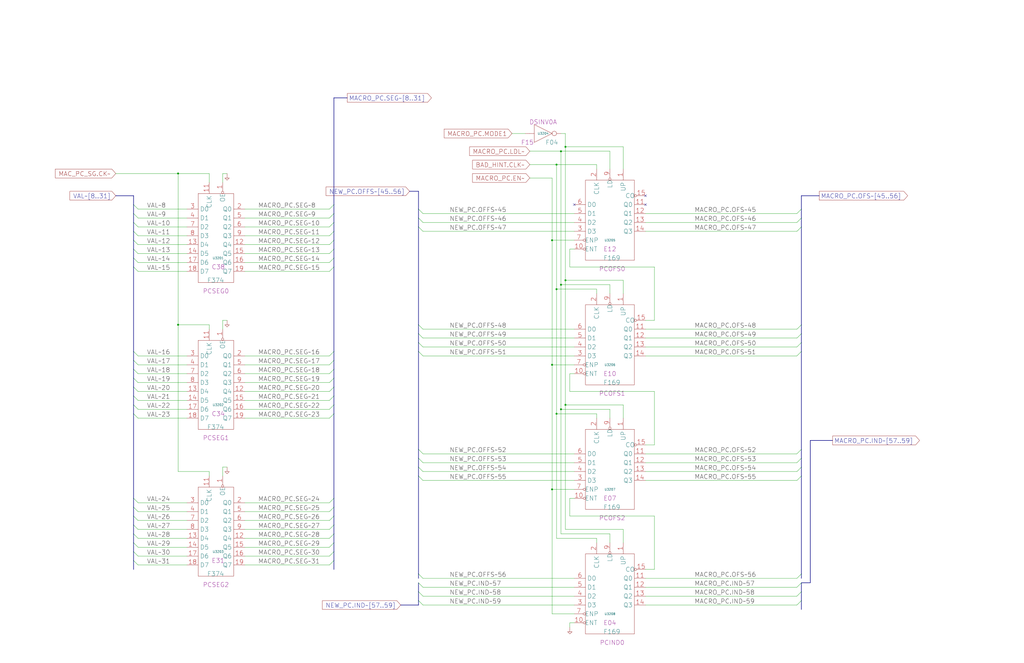
<source format=kicad_sch>
(kicad_sch (version 20250114) (generator "eeschema") (generator_version "9.0")
  (paper "User" 584.2 378.46)
  (title_block (title "MACRO PC") (date "22-MAY-90") (rev "1.0") (comment 1 "SEQUENCER") (comment 2 "232-003064") (comment 3 "S400") (comment 4 "RELEASED"))
  (lib_symbols
    (symbol "r1000:F04" (pin_numbers (hide yes)) (pin_names (hide yes))
      (property "Reference" "U" (at 0 0 0))
      (property "Value" "F04" (at 1.27 -5.08 0))
      (property "Location" "___" (at -12.7 -5.08 0))
      (property "Name" "______" (at 0 5.08 0))
      (symbol "F04_0_1"
        (polyline (pts (xy -7.62 0) (xy -5.08 0)) (stroke (width 0.1524)))
        (polyline (pts (xy -5.08 5.08) (xy -5.08 -5.08)) (stroke (width 0.1524)))
        (polyline (pts (xy 5.08 0) (xy -5.08 5.08)) (stroke (width 0.1524)))
        (polyline (pts (xy 5.08 0) (xy -5.08 -5.08)) (stroke (width 0.1524)))
        (circle (center 6.35 0) (radius 1.27) (stroke (width 0.1524)))
      )
      (symbol "F04_1_1"
        (pin input line (at -10.16 0 0) (length 2.54) (name "D0") (number "1"))
        (pin output line (at 10.16 0 180) (length 2.54) (name "Q") (number "2"))
      )
    )
    (symbol "r1000:F169" (pin_names (offset 1.016))
      (property "Reference" "U" (at 2.54 5.08 0))
      (property "Value" "F169" (at -1.27 -5.08 0))
      (property "Location" "___" (at -1.27 0 0))
      (property "Name" "______" (at 3.81 -12.7 0))
      (symbol "F169_1_1"
        (circle (center -12.065 5.08) (radius 0.635))
        (circle (center -12.065 0) (radius 0.635))
        (rectangle (start -11.43 39.37) (end 16.51 -6.35))
        (circle (center 2.54 40.005) (radius 0.635))
        (circle (center 17.145 30.48) (radius 0.635))
        (pin input line (at -17.78 25.4 0) (length 6.35) (name "D0") (number "6"))
        (pin input line (at -17.78 20.32 0) (length 6.35) (name "D1") (number "5"))
        (pin input line (at -17.78 15.24 0) (length 6.35) (name "D2") (number "4"))
        (pin input line (at -17.78 10.16 0) (length 6.35) (name "D3") (number "3"))
        (pin input line (at -17.78 5.08 0) (length 5.08) (name "ENP") (number "7"))
        (pin input line (at -17.78 0 0) (length 5.08) (name "ENT") (number "10"))
        (pin input line (at -5.08 45.72 270) (length 6.35) (name "CLK") (number "2"))
        (pin input line (at 2.54 45.72 270) (length 5.08) (name "LD") (number "9"))
        (pin input line (at 10.16 45.72 270) (length 6.35) (name "UP") (number "1"))
        (pin output line (at 22.86 30.48 180) (length 5.08) (name "CO") (number "15"))
        (pin output line (at 22.86 25.4 180) (length 6.35) (name "Q0") (number "11"))
        (pin output line (at 22.86 20.32 180) (length 6.35) (name "Q1") (number "12"))
        (pin output line (at 22.86 15.24 180) (length 6.35) (name "Q2") (number "13"))
        (pin output line (at 22.86 10.16 180) (length 6.35) (name "Q3") (number "14"))
      )
    )
    (symbol "r1000:F374" (pin_names (offset 1.016))
      (property "Reference" "U" (at 2.54 5.08 0))
      (property "Value" "F374" (at -3.81 -7.62 0))
      (property "Location" "___" (at -1.27 0 0))
      (property "Name" "______" (at 1.27 -15.24 0))
      (symbol "F374_1_1"
        (rectangle (start -8.89 41.91) (end 11.43 -8.89))
        (circle (center 5.08 42.545) (radius 0.635))
        (pin input line (at -15.24 33.02 0) (length 6.35) (name "D0") (number "3"))
        (pin input line (at -15.24 27.94 0) (length 6.35) (name "D1") (number "4"))
        (pin input line (at -15.24 22.86 0) (length 6.35) (name "D2") (number "7"))
        (pin input line (at -15.24 17.78 0) (length 6.35) (name "D3") (number "8"))
        (pin input line (at -15.24 12.7 0) (length 6.35) (name "D4") (number "13"))
        (pin input line (at -15.24 7.62 0) (length 6.35) (name "D5") (number "14"))
        (pin input line (at -15.24 2.54 0) (length 6.35) (name "D6") (number "17"))
        (pin input line (at -15.24 -2.54 0) (length 6.35) (name "D7") (number "18"))
        (pin input line (at -2.54 48.26 270) (length 6.35) (name "CLK") (number "11"))
        (pin input line (at 5.08 48.26 270) (length 5.08) (name "OE") (number "1"))
        (pin tri_state line (at 17.78 33.02 180) (length 6.35) (name "Q0") (number "2"))
        (pin tri_state line (at 17.78 27.94 180) (length 6.35) (name "Q1") (number "5"))
        (pin tri_state line (at 17.78 22.86 180) (length 6.35) (name "Q2") (number "6"))
        (pin tri_state line (at 17.78 17.78 180) (length 6.35) (name "Q3") (number "9"))
        (pin tri_state line (at 17.78 12.7 180) (length 6.35) (name "Q4") (number "12"))
        (pin tri_state line (at 17.78 7.62 180) (length 6.35) (name "Q5") (number "15"))
        (pin tri_state line (at 17.78 2.54 180) (length 6.35) (name "Q6") (number "16"))
        (pin tri_state line (at 17.78 -2.54 180) (length 6.35) (name "Q7") (number "19"))
      )
    )
    (symbol "r1000:PD" (power) (pin_numbers (hide yes)) (pin_names (hide yes)) (in_bom no)
      (symbol "PD_0_1"
        (polyline (pts (xy 0 -2.54) (xy 1.27 -2.54) (xy 0 -3.81) (xy -1.27 -2.54) (xy 0 -2.54)) (stroke (width 0.1524)))
      )
      (symbol "PD_1_1"
        (pin power_in line (at 0 0 270) (length 2.54) (name "PD") (number "1"))
      )
    )
  )
  (junction (at 317.5 165.1))
  (junction (at 322.58 83.82))
  (junction (at 320.04 86.36))
  (junction (at 322.58 160.02))
  (junction (at 320.04 233.68))
  (junction (at 314.96 208.28))
  (junction (at 317.5 93.98))
  (junction (at 314.96 137.16))
  (junction (at 314.96 279.4))
  (junction (at 317.5 236.22))
  (junction (at 101.6 99.06))
  (junction (at 101.6 185.42))
  (junction (at 322.58 231.14))
  (junction (at 320.04 162.56))
  (no_connect (at 368.3 111.76))
  (no_connect (at 368.3 116.84))
  (no_connect (at 327.66 116.84))
  (bus_entry (at 457.2 195.58) (size -2.54 2.54))
  (bus_entry (at 457.2 119.38) (size -2.54 2.54))
  (bus_entry (at 190.5 215.9) (size -2.54 2.54))
  (bus_entry (at 238.76 185.42) (size 2.54 2.54))
  (bus_entry (at 457.2 200.66) (size -2.54 2.54))
  (bus_entry (at 190.5 152.4) (size -2.54 2.54))
  (bus_entry (at 238.76 332.74) (size 2.54 2.54))
  (bus_entry (at 76.2 127) (size 2.54 2.54))
  (bus_entry (at 76.2 137.16) (size 2.54 2.54))
  (bus_entry (at 76.2 289.56) (size 2.54 2.54))
  (bus_entry (at 76.2 210.82) (size 2.54 2.54))
  (bus_entry (at 457.2 256.54) (size -2.54 2.54))
  (bus_entry (at 457.2 271.78) (size -2.54 2.54))
  (bus_entry (at 76.2 215.9) (size 2.54 2.54))
  (bus_entry (at 238.76 256.54) (size 2.54 2.54))
  (bus_entry (at 190.5 304.8) (size -2.54 2.54))
  (bus_entry (at 190.5 284.48) (size -2.54 2.54))
  (bus_entry (at 190.5 147.32) (size -2.54 2.54))
  (bus_entry (at 76.2 231.14) (size 2.54 2.54))
  (bus_entry (at 190.5 220.98) (size -2.54 2.54))
  (bus_entry (at 238.76 337.82) (size 2.54 2.54))
  (bus_entry (at 76.2 236.22) (size 2.54 2.54))
  (bus_entry (at 76.2 147.32) (size 2.54 2.54))
  (bus_entry (at 457.2 337.82) (size -2.54 2.54))
  (bus_entry (at 76.2 142.24) (size 2.54 2.54))
  (bus_entry (at 457.2 190.5) (size -2.54 2.54))
  (bus_entry (at 76.2 309.88) (size 2.54 2.54))
  (bus_entry (at 457.2 327.66) (size -2.54 2.54))
  (bus_entry (at 76.2 314.96) (size 2.54 2.54))
  (bus_entry (at 190.5 320.04) (size -2.54 2.54))
  (bus_entry (at 238.76 200.66) (size 2.54 2.54))
  (bus_entry (at 190.5 210.82) (size -2.54 2.54))
  (bus_entry (at 238.76 124.46) (size 2.54 2.54))
  (bus_entry (at 190.5 205.74) (size -2.54 2.54))
  (bus_entry (at 238.76 261.62) (size 2.54 2.54))
  (bus_entry (at 238.76 190.5) (size 2.54 2.54))
  (bus_entry (at 457.2 266.7) (size -2.54 2.54))
  (bus_entry (at 76.2 200.66) (size 2.54 2.54))
  (bus_entry (at 76.2 299.72) (size 2.54 2.54))
  (bus_entry (at 238.76 271.78) (size 2.54 2.54))
  (bus_entry (at 76.2 132.08) (size 2.54 2.54))
  (bus_entry (at 190.5 289.56) (size -2.54 2.54))
  (bus_entry (at 457.2 129.54) (size -2.54 2.54))
  (bus_entry (at 190.5 200.66) (size -2.54 2.54))
  (bus_entry (at 190.5 127) (size -2.54 2.54))
  (bus_entry (at 76.2 294.64) (size 2.54 2.54))
  (bus_entry (at 190.5 121.92) (size -2.54 2.54))
  (bus_entry (at 190.5 142.24) (size -2.54 2.54))
  (bus_entry (at 76.2 320.04) (size 2.54 2.54))
  (bus_entry (at 238.76 129.54) (size 2.54 2.54))
  (bus_entry (at 76.2 116.84) (size 2.54 2.54))
  (bus_entry (at 76.2 205.74) (size 2.54 2.54))
  (bus_entry (at 238.76 119.38) (size 2.54 2.54))
  (bus_entry (at 76.2 121.92) (size 2.54 2.54))
  (bus_entry (at 190.5 132.08) (size -2.54 2.54))
  (bus_entry (at 190.5 294.64) (size -2.54 2.54))
  (bus_entry (at 238.76 327.66) (size 2.54 2.54))
  (bus_entry (at 190.5 226.06) (size -2.54 2.54))
  (bus_entry (at 238.76 195.58) (size 2.54 2.54))
  (bus_entry (at 190.5 231.14) (size -2.54 2.54))
  (bus_entry (at 76.2 304.8) (size 2.54 2.54))
  (bus_entry (at 238.76 342.9) (size 2.54 2.54))
  (bus_entry (at 457.2 332.74) (size -2.54 2.54))
  (bus_entry (at 238.76 266.7) (size 2.54 2.54))
  (bus_entry (at 190.5 309.88) (size -2.54 2.54))
  (bus_entry (at 457.2 185.42) (size -2.54 2.54))
  (bus_entry (at 190.5 314.96) (size -2.54 2.54))
  (bus_entry (at 190.5 236.22) (size -2.54 2.54))
  (bus_entry (at 76.2 284.48) (size 2.54 2.54))
  (bus_entry (at 457.2 261.62) (size -2.54 2.54))
  (bus_entry (at 457.2 124.46) (size -2.54 2.54))
  (bus_entry (at 190.5 137.16) (size -2.54 2.54))
  (bus_entry (at 457.2 342.9) (size -2.54 2.54))
  (bus_entry (at 76.2 226.06) (size 2.54 2.54))
  (bus_entry (at 190.5 116.84) (size -2.54 2.54))
  (bus_entry (at 76.2 152.4) (size 2.54 2.54))
  (bus_entry (at 76.2 220.98) (size 2.54 2.54))
  (bus_entry (at 190.5 299.72) (size -2.54 2.54))
  (bus (pts (xy 457.2 190.5) (xy 457.2 195.58)))
  (wire (pts (xy 139.7 203.2) (xy 187.96 203.2)))
  (wire (pts (xy 241.3 198.12) (xy 327.66 198.12)))
  (wire (pts (xy 241.3 203.2) (xy 327.66 203.2)))
  (wire (pts (xy 241.3 345.44) (xy 327.66 345.44)))
  (bus (pts (xy 76.2 294.64) (xy 76.2 299.72)))
  (wire (pts (xy 78.74 297.18) (xy 106.68 297.18)))
  (wire (pts (xy 139.7 129.54) (xy 187.96 129.54)))
  (bus (pts (xy 76.2 116.84) (xy 76.2 121.92)))
  (wire (pts (xy 78.74 129.54) (xy 106.68 129.54)))
  (bus (pts (xy 457.2 119.38) (xy 457.2 124.46)))
  (wire (pts (xy 368.3 274.32) (xy 454.66 274.32)))
  (wire (pts (xy 320.04 162.56) (xy 320.04 233.68)))
  (wire (pts (xy 139.7 223.52) (xy 187.96 223.52)))
  (wire (pts (xy 322.58 76.2) (xy 322.58 83.82)))
  (bus (pts (xy 76.2 142.24) (xy 76.2 147.32)))
  (wire (pts (xy 292.1 76.2) (xy 299.72 76.2)))
  (wire (pts (xy 327.66 355.6) (xy 325.12 355.6)))
  (wire (pts (xy 355.6 309.88) (xy 355.6 302.26)))
  (bus (pts (xy 238.76 266.7) (xy 238.76 271.78)))
  (bus (pts (xy 76.2 236.22) (xy 76.2 284.48)))
  (wire (pts (xy 368.3 264.16) (xy 454.66 264.16)))
  (wire (pts (xy 314.96 279.4) (xy 327.66 279.4)))
  (wire (pts (xy 127 99.06) (xy 127 104.14)))
  (wire (pts (xy 241.3 340.36) (xy 327.66 340.36)))
  (wire (pts (xy 139.7 297.18) (xy 187.96 297.18)))
  (wire (pts (xy 139.7 218.44) (xy 187.96 218.44)))
  (wire (pts (xy 101.6 185.42) (xy 101.6 269.24)))
  (bus (pts (xy 457.2 327.66) (xy 457.2 330.2)))
  (bus (pts (xy 238.76 342.9) (xy 238.76 345.44)))
  (wire (pts (xy 119.38 104.14) (xy 119.38 99.06)))
  (wire (pts (xy 347.98 238.76) (xy 347.98 233.68)))
  (bus (pts (xy 76.2 299.72) (xy 76.2 304.8)))
  (bus (pts (xy 457.2 200.66) (xy 457.2 256.54)))
  (wire (pts (xy 139.7 149.86) (xy 187.96 149.86)))
  (bus (pts (xy 76.2 284.48) (xy 76.2 289.56)))
  (wire (pts (xy 78.74 307.34) (xy 106.68 307.34)))
  (bus (pts (xy 457.2 271.78) (xy 457.2 327.66)))
  (wire (pts (xy 320.04 233.68) (xy 347.98 233.68)))
  (wire (pts (xy 373.38 294.64) (xy 325.12 294.64)))
  (bus (pts (xy 190.5 116.84) (xy 190.5 121.92)))
  (bus (pts (xy 190.5 294.64) (xy 190.5 299.72)))
  (wire (pts (xy 139.7 317.5) (xy 187.96 317.5)))
  (wire (pts (xy 368.3 198.12) (xy 454.66 198.12)))
  (bus (pts (xy 76.2 127) (xy 76.2 132.08)))
  (wire (pts (xy 139.7 302.26) (xy 187.96 302.26)))
  (wire (pts (xy 373.38 152.4) (xy 325.12 152.4)))
  (bus (pts (xy 238.76 190.5) (xy 238.76 195.58)))
  (wire (pts (xy 78.74 134.62) (xy 106.68 134.62)))
  (wire (pts (xy 241.3 330.2) (xy 327.66 330.2)))
  (wire (pts (xy 322.58 231.14) (xy 355.6 231.14)))
  (wire (pts (xy 317.5 93.98) (xy 340.36 93.98)))
  (wire (pts (xy 241.3 264.16) (xy 327.66 264.16)))
  (bus (pts (xy 457.2 266.7) (xy 457.2 271.78)))
  (wire (pts (xy 78.74 149.86) (xy 106.68 149.86)))
  (wire (pts (xy 322.58 83.82) (xy 322.58 160.02)))
  (bus (pts (xy 190.5 205.74) (xy 190.5 210.82)))
  (bus (pts (xy 457.2 261.62) (xy 457.2 266.7)))
  (bus (pts (xy 66.04 111.76) (xy 76.2 111.76)))
  (bus (pts (xy 462.28 251.46) (xy 474.98 251.46)))
  (wire (pts (xy 368.3 330.2) (xy 454.66 330.2)))
  (wire (pts (xy 129.54 266.7) (xy 127 266.7)))
  (wire (pts (xy 355.6 167.64) (xy 355.6 160.02)))
  (bus (pts (xy 457.2 332.74) (xy 457.2 337.82)))
  (wire (pts (xy 139.7 312.42) (xy 187.96 312.42)))
  (wire (pts (xy 368.3 325.12) (xy 373.38 325.12)))
  (wire (pts (xy 314.96 350.52) (xy 314.96 279.4)))
  (wire (pts (xy 78.74 287.02) (xy 106.68 287.02)))
  (wire (pts (xy 241.3 274.32) (xy 327.66 274.32)))
  (bus (pts (xy 462.28 332.74) (xy 462.28 251.46)))
  (wire (pts (xy 139.7 322.58) (xy 187.96 322.58)))
  (wire (pts (xy 139.7 213.36) (xy 187.96 213.36)))
  (wire (pts (xy 119.38 187.96) (xy 119.38 185.42)))
  (bus (pts (xy 76.2 200.66) (xy 76.2 205.74)))
  (wire (pts (xy 322.58 160.02) (xy 355.6 160.02)))
  (wire (pts (xy 373.38 254) (xy 373.38 223.52)))
  (wire (pts (xy 78.74 218.44) (xy 106.68 218.44)))
  (wire (pts (xy 320.04 76.2) (xy 322.58 76.2)))
  (bus (pts (xy 76.2 147.32) (xy 76.2 152.4)))
  (wire (pts (xy 139.7 238.76) (xy 187.96 238.76)))
  (wire (pts (xy 139.7 134.62) (xy 187.96 134.62)))
  (bus (pts (xy 190.5 142.24) (xy 190.5 147.32)))
  (wire (pts (xy 368.3 259.08) (xy 454.66 259.08)))
  (wire (pts (xy 78.74 208.28) (xy 106.68 208.28)))
  (bus (pts (xy 190.5 304.8) (xy 190.5 309.88)))
  (wire (pts (xy 314.96 137.16) (xy 327.66 137.16)))
  (bus (pts (xy 76.2 220.98) (xy 76.2 226.06)))
  (bus (pts (xy 457.2 332.74) (xy 462.28 332.74)))
  (bus (pts (xy 238.76 332.74) (xy 238.76 337.82)))
  (wire (pts (xy 78.74 223.52) (xy 106.68 223.52)))
  (wire (pts (xy 78.74 154.94) (xy 106.68 154.94)))
  (wire (pts (xy 139.7 228.6) (xy 187.96 228.6)))
  (bus (pts (xy 238.76 200.66) (xy 238.76 256.54)))
  (wire (pts (xy 325.12 284.48) (xy 327.66 284.48)))
  (wire (pts (xy 302.26 93.98) (xy 317.5 93.98)))
  (wire (pts (xy 139.7 233.68) (xy 187.96 233.68)))
  (bus (pts (xy 190.5 137.16) (xy 190.5 142.24)))
  (wire (pts (xy 127 266.7) (xy 127 271.78)))
  (wire (pts (xy 325.12 223.52) (xy 325.12 213.36)))
  (wire (pts (xy 368.3 132.08) (xy 454.66 132.08)))
  (wire (pts (xy 78.74 317.5) (xy 106.68 317.5)))
  (wire (pts (xy 317.5 165.1) (xy 340.36 165.1)))
  (bus (pts (xy 233.68 109.22) (xy 238.76 109.22)))
  (wire (pts (xy 340.36 96.52) (xy 340.36 93.98)))
  (wire (pts (xy 66.04 99.06) (xy 101.6 99.06)))
  (wire (pts (xy 78.74 144.78) (xy 106.68 144.78)))
  (bus (pts (xy 457.2 111.76) (xy 467.36 111.76)))
  (bus (pts (xy 238.76 129.54) (xy 238.76 185.42)))
  (bus (pts (xy 76.2 231.14) (xy 76.2 236.22)))
  (bus (pts (xy 190.5 55.88) (xy 190.5 116.84)))
  (wire (pts (xy 78.74 233.68) (xy 106.68 233.68)))
  (wire (pts (xy 368.3 187.96) (xy 454.66 187.96)))
  (bus (pts (xy 76.2 111.76) (xy 76.2 116.84)))
  (wire (pts (xy 139.7 208.28) (xy 187.96 208.28)))
  (wire (pts (xy 368.3 254) (xy 373.38 254)))
  (wire (pts (xy 241.3 187.96) (xy 327.66 187.96)))
  (wire (pts (xy 129.54 99.06) (xy 127 99.06)))
  (wire (pts (xy 320.04 86.36) (xy 320.04 162.56)))
  (wire (pts (xy 139.7 144.78) (xy 187.96 144.78)))
  (bus (pts (xy 457.2 185.42) (xy 457.2 190.5)))
  (bus (pts (xy 190.5 132.08) (xy 190.5 137.16)))
  (bus (pts (xy 76.2 215.9) (xy 76.2 220.98)))
  (wire (pts (xy 325.12 152.4) (xy 325.12 142.24)))
  (wire (pts (xy 320.04 304.8) (xy 347.98 304.8)))
  (wire (pts (xy 241.3 335.28) (xy 327.66 335.28)))
  (bus (pts (xy 190.5 210.82) (xy 190.5 215.9)))
  (bus (pts (xy 238.76 271.78) (xy 238.76 327.66)))
  (wire (pts (xy 101.6 99.06) (xy 101.6 185.42)))
  (bus (pts (xy 190.5 314.96) (xy 190.5 320.04)))
  (wire (pts (xy 101.6 99.06) (xy 119.38 99.06)))
  (wire (pts (xy 127 182.88) (xy 127 187.96)))
  (wire (pts (xy 320.04 233.68) (xy 320.04 304.8)))
  (wire (pts (xy 320.04 86.36) (xy 347.98 86.36)))
  (wire (pts (xy 78.74 312.42) (xy 106.68 312.42)))
  (wire (pts (xy 373.38 182.88) (xy 373.38 152.4)))
  (wire (pts (xy 317.5 307.34) (xy 340.36 307.34)))
  (bus (pts (xy 238.76 185.42) (xy 238.76 190.5)))
  (bus (pts (xy 457.2 256.54) (xy 457.2 261.62)))
  (wire (pts (xy 101.6 185.42) (xy 119.38 185.42)))
  (wire (pts (xy 78.74 322.58) (xy 106.68 322.58)))
  (wire (pts (xy 325.12 294.64) (xy 325.12 284.48)))
  (bus (pts (xy 76.2 314.96) (xy 76.2 320.04)))
  (bus (pts (xy 76.2 152.4) (xy 76.2 200.66)))
  (bus (pts (xy 457.2 129.54) (xy 457.2 185.42)))
  (bus (pts (xy 190.5 236.22) (xy 190.5 284.48)))
  (wire (pts (xy 373.38 325.12) (xy 373.38 294.64)))
  (wire (pts (xy 302.26 86.36) (xy 320.04 86.36)))
  (wire (pts (xy 78.74 124.46) (xy 106.68 124.46)))
  (bus (pts (xy 190.5 309.88) (xy 190.5 314.96)))
  (wire (pts (xy 368.3 121.92) (xy 454.66 121.92)))
  (bus (pts (xy 238.76 195.58) (xy 238.76 200.66)))
  (wire (pts (xy 340.36 238.76) (xy 340.36 236.22)))
  (wire (pts (xy 139.7 139.7) (xy 187.96 139.7)))
  (bus (pts (xy 190.5 320.04) (xy 190.5 325.12)))
  (wire (pts (xy 314.96 208.28) (xy 327.66 208.28)))
  (wire (pts (xy 368.3 269.24) (xy 454.66 269.24)))
  (bus (pts (xy 238.76 124.46) (xy 238.76 129.54)))
  (bus (pts (xy 228.6 345.44) (xy 238.76 345.44)))
  (bus (pts (xy 190.5 220.98) (xy 190.5 226.06)))
  (wire (pts (xy 325.12 355.6) (xy 325.12 358.14)))
  (bus (pts (xy 190.5 121.92) (xy 190.5 127)))
  (wire (pts (xy 139.7 287.02) (xy 187.96 287.02)))
  (wire (pts (xy 317.5 93.98) (xy 317.5 165.1)))
  (wire (pts (xy 373.38 223.52) (xy 325.12 223.52)))
  (wire (pts (xy 355.6 238.76) (xy 355.6 231.14)))
  (wire (pts (xy 241.3 269.24) (xy 327.66 269.24)))
  (wire (pts (xy 317.5 236.22) (xy 317.5 307.34)))
  (wire (pts (xy 322.58 231.14) (xy 322.58 302.26)))
  (wire (pts (xy 139.7 119.38) (xy 187.96 119.38)))
  (wire (pts (xy 241.3 259.08) (xy 327.66 259.08)))
  (bus (pts (xy 190.5 226.06) (xy 190.5 231.14)))
  (wire (pts (xy 302.26 101.6) (xy 314.96 101.6)))
  (wire (pts (xy 317.5 165.1) (xy 317.5 236.22)))
  (wire (pts (xy 139.7 154.94) (xy 187.96 154.94)))
  (bus (pts (xy 238.76 256.54) (xy 238.76 261.62)))
  (bus (pts (xy 190.5 127) (xy 190.5 132.08)))
  (bus (pts (xy 190.5 215.9) (xy 190.5 220.98)))
  (bus (pts (xy 76.2 137.16) (xy 76.2 142.24)))
  (wire (pts (xy 78.74 292.1) (xy 106.68 292.1)))
  (wire (pts (xy 347.98 96.52) (xy 347.98 86.36)))
  (wire (pts (xy 340.36 309.88) (xy 340.36 307.34)))
  (wire (pts (xy 368.3 127) (xy 454.66 127)))
  (wire (pts (xy 139.7 307.34) (xy 187.96 307.34)))
  (wire (pts (xy 368.3 340.36) (xy 454.66 340.36)))
  (wire (pts (xy 314.96 101.6) (xy 314.96 137.16)))
  (wire (pts (xy 320.04 162.56) (xy 347.98 162.56)))
  (bus (pts (xy 238.76 337.82) (xy 238.76 342.9)))
  (bus (pts (xy 76.2 309.88) (xy 76.2 314.96)))
  (wire (pts (xy 241.3 193.04) (xy 327.66 193.04)))
  (wire (pts (xy 314.96 279.4) (xy 314.96 208.28)))
  (wire (pts (xy 78.74 203.2) (xy 106.68 203.2)))
  (wire (pts (xy 325.12 142.24) (xy 327.66 142.24)))
  (bus (pts (xy 76.2 320.04) (xy 76.2 325.12)))
  (wire (pts (xy 347.98 309.88) (xy 347.98 304.8)))
  (wire (pts (xy 368.3 335.28) (xy 454.66 335.28)))
  (bus (pts (xy 76.2 210.82) (xy 76.2 215.9)))
  (wire (pts (xy 368.3 345.44) (xy 454.66 345.44)))
  (bus (pts (xy 190.5 152.4) (xy 190.5 200.66)))
  (wire (pts (xy 347.98 167.64) (xy 347.98 162.56)))
  (bus (pts (xy 238.76 261.62) (xy 238.76 266.7)))
  (wire (pts (xy 368.3 193.04) (xy 454.66 193.04)))
  (bus (pts (xy 76.2 226.06) (xy 76.2 231.14)))
  (bus (pts (xy 457.2 111.76) (xy 457.2 119.38)))
  (bus (pts (xy 457.2 195.58) (xy 457.2 200.66)))
  (wire (pts (xy 139.7 124.46) (xy 187.96 124.46)))
  (bus (pts (xy 76.2 121.92) (xy 76.2 127)))
  (wire (pts (xy 322.58 302.26) (xy 355.6 302.26)))
  (wire (pts (xy 241.3 121.92) (xy 327.66 121.92)))
  (wire (pts (xy 241.3 132.08) (xy 327.66 132.08)))
  (wire (pts (xy 78.74 238.76) (xy 106.68 238.76)))
  (wire (pts (xy 139.7 292.1) (xy 187.96 292.1)))
  (wire (pts (xy 355.6 96.52) (xy 355.6 83.82)))
  (bus (pts (xy 190.5 299.72) (xy 190.5 304.8)))
  (wire (pts (xy 368.3 182.88) (xy 373.38 182.88)))
  (wire (pts (xy 119.38 271.78) (xy 119.38 269.24)))
  (bus (pts (xy 238.76 327.66) (xy 238.76 330.2)))
  (bus (pts (xy 76.2 289.56) (xy 76.2 294.64)))
  (wire (pts (xy 322.58 160.02) (xy 322.58 231.14)))
  (bus (pts (xy 457.2 337.82) (xy 457.2 342.9)))
  (wire (pts (xy 325.12 213.36) (xy 327.66 213.36)))
  (bus (pts (xy 190.5 231.14) (xy 190.5 236.22)))
  (bus (pts (xy 238.76 119.38) (xy 238.76 124.46)))
  (bus (pts (xy 190.5 289.56) (xy 190.5 294.64)))
  (bus (pts (xy 76.2 205.74) (xy 76.2 210.82)))
  (wire (pts (xy 322.58 83.82) (xy 355.6 83.82)))
  (wire (pts (xy 129.54 182.88) (xy 127 182.88)))
  (wire (pts (xy 78.74 302.26) (xy 106.68 302.26)))
  (wire (pts (xy 317.5 236.22) (xy 340.36 236.22)))
  (bus (pts (xy 457.2 342.9) (xy 457.2 347.98)))
  (wire (pts (xy 78.74 228.6) (xy 106.68 228.6)))
  (wire (pts (xy 78.74 213.36) (xy 106.68 213.36)))
  (wire (pts (xy 78.74 119.38) (xy 106.68 119.38)))
  (wire (pts (xy 314.96 350.52) (xy 327.66 350.52)))
  (wire (pts (xy 314.96 137.16) (xy 314.96 208.28)))
  (bus (pts (xy 190.5 200.66) (xy 190.5 205.74)))
  (wire (pts (xy 241.3 127) (xy 327.66 127)))
  (bus (pts (xy 190.5 284.48) (xy 190.5 289.56)))
  (bus (pts (xy 76.2 304.8) (xy 76.2 309.88)))
  (wire (pts (xy 340.36 167.64) (xy 340.36 165.1)))
  (bus (pts (xy 238.76 109.22) (xy 238.76 119.38)))
  (wire (pts (xy 78.74 139.7) (xy 106.68 139.7)))
  (bus (pts (xy 190.5 147.32) (xy 190.5 152.4)))
  (wire (pts (xy 368.3 203.2) (xy 454.66 203.2)))
  (bus (pts (xy 76.2 132.08) (xy 76.2 137.16)))
  (wire (pts (xy 101.6 269.24) (xy 119.38 269.24)))
  (bus (pts (xy 457.2 124.46) (xy 457.2 129.54)))
  (bus (pts (xy 190.5 55.88) (xy 198.12 55.88)))
  (label "MACRO_PC.SEG~28" (at 147.32 307.34 0) (effects (font (size 2.54 2.54))))
  (label "NEW_PC.OFFS~55" (at 256.54 274.32 0) (effects (font (size 2.54 2.54))))
  (label "MACRO_PC.OFS~51" (at 396.24 203.2 0) (effects (font (size 2.54 2.54))))
  (label "NEW_PC.OFFS~47" (at 256.54 132.08 0) (effects (font (size 2.54 2.54))))
  (label "VAL~28" (at 83.82 307.34 0) (effects (font (size 2.54 2.54))))
  (label "MACRO_PC.SEG~22" (at 147.32 233.68 0) (effects (font (size 2.54 2.54))))
  (label "MACRO_PC.SEG~12" (at 147.32 139.7 0) (effects (font (size 2.54 2.54))))
  (label "VAL~26" (at 83.82 297.18 0) (effects (font (size 2.54 2.54))))
  (label "NEW_PC.OFFS~54" (at 256.54 269.24 0) (effects (font (size 2.54 2.54))))
  (label "MACRO_PC.IND~58" (at 396.24 340.36 0) (effects (font (size 2.54 2.54))))
  (label "NEW_PC.OFFS~52" (at 256.54 259.08 0) (effects (font (size 2.54 2.54))))
  (label "MACRO_PC.SEG~17" (at 147.32 208.28 0) (effects (font (size 2.54 2.54))))
  (label "MACRO_PC.SEG~16" (at 147.32 203.2 0) (effects (font (size 2.54 2.54))))
  (label "MACRO_PC.IND~59" (at 396.24 345.44 0) (effects (font (size 2.54 2.54))))
  (label "VAL~18" (at 83.82 213.36 0) (effects (font (size 2.54 2.54))))
  (label "VAL~27" (at 83.82 302.26 0) (effects (font (size 2.54 2.54))))
  (label "VAL~13" (at 83.82 144.78 0) (effects (font (size 2.54 2.54))))
  (label "NEW_PC.IND~59" (at 256.54 345.44 0) (effects (font (size 2.54 2.54))))
  (label "MACRO_PC.SEG~20" (at 147.32 223.52 0) (effects (font (size 2.54 2.54))))
  (label "NEW_PC.IND~58" (at 256.54 340.36 0) (effects (font (size 2.54 2.54))))
  (label "MACRO_PC.SEG~10" (at 147.32 129.54 0) (effects (font (size 2.54 2.54))))
  (label "MACRO_PC.SEG~19" (at 147.32 218.44 0) (effects (font (size 2.54 2.54))))
  (label "VAL~9" (at 83.82 124.46 0) (effects (font (size 2.54 2.54))))
  (label "MACRO_PC.SEG~11" (at 147.32 134.62 0) (effects (font (size 2.54 2.54))))
  (label "VAL~19" (at 83.82 218.44 0) (effects (font (size 2.54 2.54))))
  (label "VAL~22" (at 83.82 233.68 0) (effects (font (size 2.54 2.54))))
  (label "NEW_PC.OFFS~46" (at 256.54 127 0) (effects (font (size 2.54 2.54))))
  (label "VAL~16" (at 83.82 203.2 0) (effects (font (size 2.54 2.54))))
  (label "MACRO_PC.OFS~54" (at 396.24 269.24 0) (effects (font (size 2.54 2.54))))
  (label "VAL~11" (at 83.82 134.62 0) (effects (font (size 2.54 2.54))))
  (label "MACRO_PC.OFS~48" (at 396.24 187.96 0) (effects (font (size 2.54 2.54))))
  (label "MACRO_PC.OFS~49" (at 396.24 193.04 0) (effects (font (size 2.54 2.54))))
  (label "MACRO_PC.SEG~30" (at 147.32 317.5 0) (effects (font (size 2.54 2.54))))
  (label "VAL~23" (at 83.82 238.76 0) (effects (font (size 2.54 2.54))))
  (label "NEW_PC.OFFS~49" (at 256.54 193.04 0) (effects (font (size 2.54 2.54))))
  (label "MACRO_PC.SEG~13" (at 147.32 144.78 0) (effects (font (size 2.54 2.54))))
  (label "NEW_PC.OFFS~45" (at 256.54 121.92 0) (effects (font (size 2.54 2.54))))
  (label "VAL~17" (at 83.82 208.28 0) (effects (font (size 2.54 2.54))))
  (label "MACRO_PC.SEG~29" (at 147.32 312.42 0) (effects (font (size 2.54 2.54))))
  (label "MACRO_PC.SEG~31" (at 147.32 322.58 0) (effects (font (size 2.54 2.54))))
  (label "VAL~31" (at 83.82 322.58 0) (effects (font (size 2.54 2.54))))
  (label "VAL~8" (at 83.82 119.38 0) (effects (font (size 2.54 2.54))))
  (label "MACRO_PC.IND~57" (at 396.24 335.28 0) (effects (font (size 2.54 2.54))))
  (label "MACRO_PC.OFS~52" (at 396.24 259.08 0) (effects (font (size 2.54 2.54))))
  (label "MACRO_PC.SEG~9" (at 147.32 124.46 0) (effects (font (size 2.54 2.54))))
  (label "MACRO_PC.SEG~18" (at 147.32 213.36 0) (effects (font (size 2.54 2.54))))
  (label "MACRO_PC.OFS~56" (at 396.24 330.2 0) (effects (font (size 2.54 2.54))))
  (label "VAL~14" (at 83.82 149.86 0) (effects (font (size 2.54 2.54))))
  (label "VAL~25" (at 83.82 292.1 0) (effects (font (size 2.54 2.54))))
  (label "NEW_PC.OFFS~48" (at 256.54 187.96 0) (effects (font (size 2.54 2.54))))
  (label "NEW_PC.OFFS~50" (at 256.54 198.12 0) (effects (font (size 2.54 2.54))))
  (label "MACRO_PC.OFS~55" (at 396.24 274.32 0) (effects (font (size 2.54 2.54))))
  (label "VAL~21" (at 83.82 228.6 0) (effects (font (size 2.54 2.54))))
  (label "VAL~10" (at 83.82 129.54 0) (effects (font (size 2.54 2.54))))
  (label "VAL~12" (at 83.82 139.7 0) (effects (font (size 2.54 2.54))))
  (label "MACRO_PC.OFS~50" (at 396.24 198.12 0) (effects (font (size 2.54 2.54))))
  (label "NEW_PC.OFFS~51" (at 256.54 203.2 0) (effects (font (size 2.54 2.54))))
  (label "VAL~20" (at 83.82 223.52 0) (effects (font (size 2.54 2.54))))
  (label "MACRO_PC.SEG~27" (at 147.32 302.26 0) (effects (font (size 2.54 2.54))))
  (label "MACRO_PC.SEG~23" (at 147.32 238.76 0) (effects (font (size 2.54 2.54))))
  (label "VAL~30" (at 83.82 317.5 0) (effects (font (size 2.54 2.54))))
  (label "MACRO_PC.OFS~46" (at 396.24 127 0) (effects (font (size 2.54 2.54))))
  (label "VAL~24" (at 83.82 287.02 0) (effects (font (size 2.54 2.54))))
  (label "MACRO_PC.OFS~53" (at 396.24 264.16 0) (effects (font (size 2.54 2.54))))
  (label "VAL~29" (at 83.82 312.42 0) (effects (font (size 2.54 2.54))))
  (label "NEW_PC.OFFS~56" (at 256.54 330.2 0) (effects (font (size 2.54 2.54))))
  (label "VAL~15" (at 83.82 154.94 0) (effects (font (size 2.54 2.54))))
  (label "MACRO_PC.SEG~24" (at 147.32 287.02 0) (effects (font (size 2.54 2.54))))
  (label "MACRO_PC.SEG~15" (at 147.32 154.94 0) (effects (font (size 2.54 2.54))))
  (label "MACRO_PC.OFS~47" (at 396.24 132.08 0) (effects (font (size 2.54 2.54))))
  (label "NEW_PC.IND~57" (at 256.54 335.28 0) (effects (font (size 2.54 2.54))))
  (label "NEW_PC.OFFS~53" (at 256.54 264.16 0) (effects (font (size 2.54 2.54))))
  (label "MACRO_PC.SEG~21" (at 147.32 228.6 0) (effects (font (size 2.54 2.54))))
  (label "MACRO_PC.SEG~26" (at 147.32 297.18 0) (effects (font (size 2.54 2.54))))
  (label "MACRO_PC.SEG~14" (at 147.32 149.86 0) (effects (font (size 2.54 2.54))))
  (label "MACRO_PC.OFS~45" (at 396.24 121.92 0) (effects (font (size 2.54 2.54))))
  (label "MACRO_PC.SEG~25" (at 147.32 292.1 0) (effects (font (size 2.54 2.54))))
  (label "MACRO_PC.SEG~8" (at 147.32 119.38 0) (effects (font (size 2.54 2.54))))
  (global_label "BAD_HINT.CLK~" (shape input) (at 302.26 93.98 180) (effects (font (size 2.54 2.54))) (property "Intersheetrefs" "${INTERSHEET_REFS}" (at 269.615 93.8213 0) (effects (font (size 1.905 1.905)) (justify right))))
  (global_label "MACRO_PC.SEG~[8..31]" (shape output) (at 198.12 55.88 0) (effects (font (size 2.54 2.54))) (property "Intersheetrefs" "${INTERSHEET_REFS}" (at 246.126 55.7213 0) (effects (font (size 1.905 1.905)) (justify left))))
  (global_label "MACRO_PC.LDL~" (shape input) (at 302.26 86.36 180) (effects (font (size 2.54 2.54))) (property "Intersheetrefs" "${INTERSHEET_REFS}" (at 267.9216 86.2013 0) (effects (font (size 1.905 1.905)) (justify right))))
  (global_label "MACRO_PC.MODE1" (shape input) (at 292.1 76.2 180) (effects (font (size 2.54 2.54))) (property "Intersheetrefs" "${INTERSHEET_REFS}" (at 253.4073 76.0413 0) (effects (font (size 1.905 1.905)) (justify right))))
  (global_label "MACRO_PC.OFS~[45..56]" (shape output) (at 467.36 111.76 0) (effects (font (size 2.54 2.54))) (property "Intersheetrefs" "${INTERSHEET_REFS}" (at 517.785 111.6013 0) (effects (font (size 1.905 1.905)) (justify left))))
  (global_label "NEW_PC.OFFS~[45..56]" (shape input) (at 233.68 109.22 180) (effects (font (size 2.54 2.54))) (property "Intersheetrefs" "${INTERSHEET_REFS}" (at 186.0369 109.0613 0) (effects (font (size 1.905 1.905)) (justify right))))
  (global_label "NEW_PC.IND~[57..59]" (shape input) (at 228.6 345.44 180) (effects (font (size 2.54 2.54))) (property "Intersheetrefs" "${INTERSHEET_REFS}" (at 183.9807 345.2813 0) (effects (font (size 1.905 1.905)) (justify right))))
  (global_label "VAL~[8..31]" (shape input) (at 66.04 111.76 180) (effects (font (size 2.54 2.54))) (property "Intersheetrefs" "${INTERSHEET_REFS}" (at 39.9264 111.6013 0) (effects (font (size 1.905 1.905)) (justify right))))
  (global_label "MACRO_PC.EN~" (shape input) (at 302.26 101.6 180) (effects (font (size 2.54 2.54))) (property "Intersheetrefs" "${INTERSHEET_REFS}" (at 269.615 101.4413 0) (effects (font (size 1.905 1.905)) (justify right))))
  (global_label "MACRO_PC.IND~[57..59]" (shape output) (at 474.98 251.46 0) (effects (font (size 2.54 2.54))) (property "Intersheetrefs" "${INTERSHEET_REFS}" (at 524.5584 251.3013 0) (effects (font (size 1.905 1.905)) (justify left))))
  (global_label "MAC_PC_SG.CK~" (shape input) (at 66.04 99.06 180) (effects (font (size 2.54 2.54))) (property "Intersheetrefs" "${INTERSHEET_REFS}" (at 31.5807 98.9013 0) (effects (font (size 1.905 1.905)) (justify right))))
  (symbol (lib_id "r1000:PD") (at 129.54 182.88 0) (unit 1) (in_bom no)
    (property "Reference" "#PWR0139" (effects (hide yes)))
    (property "Value" "PD" (effects (hide yes)))
  )
  (symbol (lib_id "r1000:F374") (at 121.92 152.4 0) (unit 1)
    (property "Reference" "U3201" (at 124.46 147.32 0))
    (property "Value" "F374" (at 118.11 160.02 0) (effects (font (size 2.54 2.54)) (justify left)))
    (property "Location" "C38" (at 120.65 152.4 0) (effects (font (size 2.54 2.54)) (justify left)))
    (property "Name" "PCSEG0" (at 123.19 167.64 0) (effects (font (size 2.54 2.54)) (justify bottom)))
  )
  (symbol (lib_id "r1000:F374") (at 121.92 236.22 0) (unit 1)
    (property "Reference" "U3202" (at 124.46 231.14 0))
    (property "Value" "F374" (at 118.11 243.84 0) (effects (font (size 2.54 2.54)) (justify left)))
    (property "Location" "C34" (at 120.65 236.22 0) (effects (font (size 2.54 2.54)) (justify left)))
    (property "Name" "PCSEG1" (at 123.19 251.46 0) (effects (font (size 2.54 2.54)) (justify bottom)))
  )
  (symbol (lib_id "r1000:F169") (at 345.44 213.36 0) (unit 1)
    (property "Reference" "U3206" (at 347.98 208.28 0))
    (property "Value" "F169" (at 344.17 218.44 0) (effects (font (size 2.54 2.54)) (justify left)))
    (property "Location" "E10" (at 344.17 213.36 0) (effects (font (size 2.54 2.54)) (justify left)))
    (property "Name" "PCOFS1" (at 349.25 226.06 0) (effects (font (size 2.54 2.54)) (justify bottom)))
  )
  (symbol (lib_id "r1000:F169") (at 345.44 142.24 0) (unit 1)
    (property "Reference" "U3205" (at 347.98 137.16 0))
    (property "Value" "F169" (at 344.17 147.32 0) (effects (font (size 2.54 2.54)) (justify left)))
    (property "Location" "E12" (at 344.17 142.24 0) (effects (font (size 2.54 2.54)) (justify left)))
    (property "Name" "PCOFS0" (at 349.25 154.94 0) (effects (font (size 2.54 2.54)) (justify bottom)))
  )
  (symbol (lib_id "r1000:PD") (at 325.12 358.14 0) (unit 1) (in_bom no)
    (property "Reference" "#PWR03201" (effects (hide yes)))
    (property "Value" "PD" (effects (hide yes)))
  )
  (symbol (lib_id "r1000:PD") (at 129.54 266.7 0) (unit 1) (in_bom no)
    (property "Reference" "#PWR0138" (effects (hide yes)))
    (property "Value" "PD" (effects (hide yes)))
  )
  (symbol (lib_id "r1000:F04") (at 309.88 76.2 0) (unit 1)
    (property "Reference" "U3204" (at 309.88 76.2 0))
    (property "Value" "F04" (at 311.15 81.28 0) (effects (font (size 2.54 2.54)) (justify left)))
    (property "Location" "F15" (at 297.18 81.28 0) (effects (font (size 2.54 2.54)) (justify left)))
    (property "Name" "DSINV0A" (at 309.88 71.12 0) (effects (font (size 2.54 2.54)) (justify bottom)))
  )
  (symbol (lib_id "r1000:PD") (at 129.54 99.06 0) (unit 1) (in_bom no)
    (property "Reference" "#PWR0137" (effects (hide yes)))
    (property "Value" "PD" (effects (hide yes)))
  )
  (symbol (lib_id "r1000:F169") (at 345.44 284.48 0) (unit 1)
    (property "Reference" "U3207" (at 347.98 279.4 0))
    (property "Value" "F169" (at 344.17 289.56 0) (effects (font (size 2.54 2.54)) (justify left)))
    (property "Location" "E07" (at 344.17 284.48 0) (effects (font (size 2.54 2.54)) (justify left)))
    (property "Name" "PCOFS2" (at 349.25 297.18 0) (effects (font (size 2.54 2.54)) (justify bottom)))
  )
  (symbol (lib_id "r1000:F374") (at 121.92 320.04 0) (unit 1)
    (property "Reference" "U3203" (at 124.46 314.96 0))
    (property "Value" "F374" (at 118.11 327.66 0) (effects (font (size 2.54 2.54)) (justify left)))
    (property "Location" "E31" (at 120.65 320.04 0) (effects (font (size 2.54 2.54)) (justify left)))
    (property "Name" "PCSEG2" (at 123.19 335.28 0) (effects (font (size 2.54 2.54)) (justify bottom)))
  )
  (symbol (lib_id "r1000:F169") (at 345.44 355.6 0) (unit 1)
    (property "Reference" "U3208" (at 347.98 350.52 0))
    (property "Value" "F169" (at 344.17 360.68 0) (effects (font (size 2.54 2.54)) (justify left)))
    (property "Location" "E04" (at 344.17 355.6 0) (effects (font (size 2.54 2.54)) (justify left)))
    (property "Name" "PCIND0" (at 349.25 368.3 0) (effects (font (size 2.54 2.54)) (justify bottom)))
  )
)
</source>
